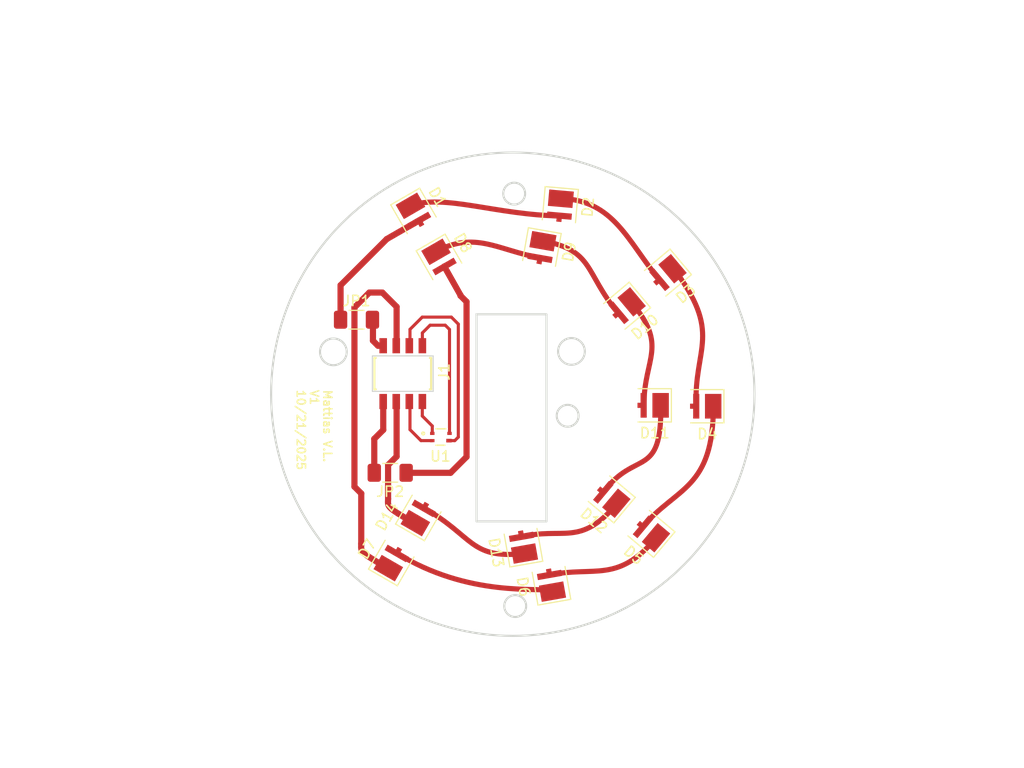
<source format=kicad_pcb>
(kicad_pcb (version 20241229) (generator "pcbnew") (generator_version "9.0")
  (layers (0 "F.Cu" signal) (2 "B.Cu" signal) (13 "F.Paste" user) (15 "B.Paste" user) (5 "F.SilkS" user "F.Silkscreen") (7 "B.SilkS" user "B.Silkscreen") (1 "F.Mask" user) (3 "B.Mask" user) (25 "Edge.Cuts" user))
  (net 0 "")
  (net 1 "Net-(D1-K)")
  (net 2 "I_WARM+")
  (net 3 "Net-(D2-K)")
  (net 4 "Net-(D3-K)")
  (net 5 "Net-(D4-K)")
  (net 6 "Net-(D5-K)")
  (net 7 "Net-(D6-K)")
  (net 8 "I_WARM-")
  (net 9 "I_COOL+")
  (net 10 "Net-(D8-K)")
  (net 11 "Net-(D10-A)")
  (net 12 "Net-(D10-K)")
  (net 13 "Net-(D11-K)")
  (net 14 "Net-(D12-K)")
  (net 15 "Net-(D13-K)")
  (net 16 "I_COOL-")
  (net 17 "GND")
  (net 18 "I2C_SDA")
  (net 19 "+3.3V")
  (net 20 "I2C_SCL")
  (net 21 "Net-(J1-Pin_2)")
  (net 22 "Net-(J1-Pin_1)")
  (footprint "Pi3_Footprints:SAMTEC_CLP-104-02-X-D" (layer "F.Cu") (at 138.51996 88.746 180)
    (property "Reference" "J1" (at -4.1183 -0.0911 90) (layer "F.SilkS"))
    (property "Value" "Conn_01x08_Socket")
    (fp_line (start 2.6726 1.27) (end 2.54 1.27) (stroke (width 0.2)) (layer "F.SilkS"))
    (fp_line (start 2.6726 -1.778) (end 2.6726 1.27) (stroke (width 0.2)) (layer "F.SilkS"))
    (fp_line (start 2.54 -1.778) (end 2.6726 -1.778) (stroke (width 0.2)) (layer "F.SilkS"))
    (fp_line (start -2.7066 1.27) (end -2.8392 1.27) (stroke (width 0.2)) (layer "F.SilkS"))
    (fp_line (start -2.8392 1.27) (end -2.8392 -1.778) (stroke (width 0.2)) (layer "F.SilkS"))
    (fp_line (start -2.8392 -1.778) (end -2.7066 -1.778) (stroke (width 0.2)) (layer "F.SilkS"))
    (fp_line (start 2.8726 -1.98) (end 2.8726 1.47) (stroke (width 0.1)) (layer "Edge.Cuts"))
    (fp_line (start 2.87 1.47) (end -3.04 1.47) (stroke (width 0.1)) (layer "Edge.Cuts"))
    (fp_line (start -3.0392 1.47) (end -3.0392 -1.98) (stroke (width 0.1)) (layer "Edge.Cuts"))
    (fp_line (start -3.04 -1.978) (end 2.87 -1.978) (stroke (width 0.1)) (layer "Edge.Cuts"))
    (pad "1" smd rect (at 1.8217 2.4589 180) (size 0.7366 1.4732) (layers "F.Cu" "F.Mask" "F.Paste") (net 22 "Net-(J1-Pin_1)"))
    (pad "2" smd rect (at 1.8217 -2.9669 180) (size 0.7366 1.4732) (layers "F.Cu" "F.Mask" "F.Paste") (net 21 "Net-(J1-Pin_2)"))
    (pad "3" smd rect (at 0.5517 2.4589 180) (size 0.7366 1.4732) (layers "F.Cu" "F.Mask" "F.Paste") (net 8 "I_WARM-"))
    (pad "4" smd rect (at 0.5517 -2.9669 180) (size 0.7366 1.4732) (layers "F.Cu" "F.Mask" "F.Paste") (net 16 "I_COOL-"))
    (pad "5" smd rect (at -0.7183 2.4589 180) (size 0.7366 1.4732) (layers "F.Cu" "F.Mask" "F.Paste") (net 20 "I2C_SCL"))
    (pad "6" smd rect (at -0.7183 -2.9669 180) (size 0.7366 1.4732) (layers "F.Cu" "F.Mask" "F.Paste") (net 18 "I2C_SDA"))
    (pad "7" smd rect (at -1.9883 2.4589 180) (size 0.7366 1.4732) (layers "F.Cu" "F.Mask" "F.Paste") (net 19 "+3.3V"))
    (pad "8" smd rect (at -1.9883 -2.9669 180) (size 0.7366 1.4732) (layers "F.Cu" "F.Mask" "F.Paste") (net 17 "GND"))
  )
  (footprint "LED_SMD:LED_Luminus_MP-3030-1100_3.0x3.0mm" (layer "F.Cu") (at 137.481028 107.418717 60)
    (property "Reference" "D7" (at 0 -2.7 60) (layer "F.SilkS"))
    (property "Value" "LED")
    (fp_line (start -1.620001 -1.62) (end 1.62 -1.620001) (stroke (width 0.12)) (layer "F.SilkS"))
    (fp_line (start -1.620001 -1.62) (end -1.62 1.620001) (stroke (width 0.12)) (layer "F.SilkS"))
    (fp_line (start -1.62 1.620001) (end 1.620001 1.62) (stroke (width 0.12)) (layer "F.SilkS"))
    (pad "1" smd rect (at -0.575 0 60) (size 1.6 2.4) (layers "F.Cu" "F.Mask") (net 8 "I_WARM-"))
    (pad "2" smd rect (at 1.075 0 60) (size 0.6 2.4) (layers "F.Cu" "F.Mask") (net 7 "Net-(D6-K)"))
    (pad "2" smd rect (at 1.375 0 60) (size 0.6 0.5) (layers "F.Cu" "F.Mask") (net 7 "Net-(D6-K)"))
  )
  (footprint "LED_SMD:LED_Luminus_MP-3030-1100_3.0x3.0mm" (layer "F.Cu") (at 152.132615 76.693518 -100)
    (property "Reference" "D9" (at 0 -2.7 80) (layer "F.SilkS"))
    (property "Value" "LED")
    (fp_line (start -1.619999 1.619999) (end 1.619999 1.619999) (stroke (width 0.12)) (layer "F.SilkS"))
    (fp_line (start -1.619999 -1.619999) (end -1.619999 1.619999) (stroke (width 0.12)) (layer "F.SilkS"))
    (fp_line (start -1.619999 -1.619999) (end 1.619999 -1.619999) (stroke (width 0.12)) (layer "F.SilkS"))
    (pad "1" smd rect (at -0.575001 0 260) (size 1.6 2.4) (layers "F.Cu" "F.Mask") (net 11 "Net-(D10-A)"))
    (pad "2" smd rect (at 1.075001 0 260) (size 0.6 2.4) (layers "F.Cu" "F.Mask") (net 10 "Net-(D8-K)"))
    (pad "2" smd rect (at 1.375 0 260) (size 0.6 0.5) (layers "F.Cu" "F.Mask") (net 10 "Net-(D8-K)"))
  )
  (footprint "LED_SMD:LED_Luminus_MP-3030-1100_3.0x3.0mm" (layer "F.Cu") (at 139.642331 73.182476 -60)
    (property "Reference" "D1" (at 0 -2.7 120) (layer "F.SilkS"))
    (property "Value" "LED")
    (fp_line (start -1.62 1.620001) (end 1.620001 1.62) (stroke (width 0.12)) (layer "F.SilkS"))
    (fp_line (start -1.620001 -1.62) (end -1.62 1.620001) (stroke (width 0.12)) (layer "F.SilkS"))
    (fp_line (start -1.620001 -1.62) (end 1.62 -1.620001) (stroke (width 0.12)) (layer "F.SilkS"))
    (pad "1" smd rect (at -0.575 0 300) (size 1.6 2.4) (layers "F.Cu" "F.Mask") (net 1 "Net-(D1-K)"))
    (pad "2" smd rect (at 1.075 0 300) (size 0.6 2.4) (layers "F.Cu" "F.Mask") (net 2 "I_WARM+"))
    (pad "2" smd rect (at 1.375 0 300) (size 0.6 0.5) (layers "F.Cu" "F.Mask") (net 2 "I_WARM+"))
  )
  (footprint "LED_SMD:LED_Luminus_MP-3030-1100_3.0x3.0mm" (layer "F.Cu") (at 150.337583 105.927846 100)
    (property "Reference" "D13" (at 0 -2.7 100) (layer "F.SilkS"))
    (property "Value" "LED")
    (fp_line (start -1.62 -1.620001) (end 1.620001 -1.62) (stroke (width 0.12)) (layer "F.SilkS"))
    (fp_line (start -1.62 -1.620001) (end -1.620001 1.62) (stroke (width 0.12)) (layer "F.SilkS"))
    (fp_line (start -1.620001 1.62) (end 1.62 1.620001) (stroke (width 0.12)) (layer "F.SilkS"))
    (pad "1" smd rect (at -0.575001 0 100) (size 1.6 2.4) (layers "F.Cu" "F.Mask") (net 15 "Net-(D13-K)"))
    (pad "2" smd rect (at 1.075001 0 100) (size 0.6 2.4) (layers "F.Cu" "F.Mask") (net 14 "Net-(D12-K)"))
    (pad "2" smd rect (at 1.375 0 100) (size 0.6 0.5) (layers "F.Cu" "F.Mask") (net 14 "Net-(D12-K)"))
  )
  (footprint "Resistor_SMD:R_1206_3216Metric_Pad1.30x1.75mm_HandSolder" (layer "F.Cu") (at 134.104631 83.761111)
    (property "Reference" "JP1" (at 0 -1.83 0) (layer "F.SilkS"))
    (property "Value" "SolderJumper_2_Bridged")
    (fp_line (start -0.727064 -0.91) (end 0.727064 -0.91) (stroke (width 0.12)) (layer "F.SilkS"))
    (fp_line (start -0.727064 0.91) (end 0.727064 0.91) (stroke (width 0.12)) (layer "F.SilkS"))
    (pad "1" smd roundrect (at -1.55 0) (size 1.3 1.75) (layers "F.Cu" "F.Mask" "F.Paste") (roundrect_rratio 0.192308) (net 2 "I_WARM+"))
    (pad "2" smd roundrect (at 1.55 0) (size 1.3 1.75) (layers "F.Cu" "F.Mask" "F.Paste") (roundrect_rratio 0.192308) (net 22 "Net-(J1-Pin_1)"))
  )
  (footprint "LED_SMD:LED_Luminus_MP-3030-1100_3.0x3.0mm" (layer "F.Cu") (at 162.784609 104.585938 140)
    (property "Reference" "D5" (at 0 -2.7 140) (layer "F.SilkS"))
    (property "Value" "LED")
    (fp_line (start -1.620001 -1.62) (end 1.62 -1.620001) (stroke (width 0.12)) (layer "F.SilkS"))
    (fp_line (start -1.620001 -1.62) (end -1.62 1.620001) (stroke (width 0.12)) (layer "F.SilkS"))
    (fp_line (start -1.62 1.620001) (end 1.620001 1.62) (stroke (width 0.12)) (layer "F.SilkS"))
    (pad "1" smd rect (at -0.575 0 140) (size 1.6 2.4) (layers "F.Cu" "F.Mask") (net 6 "Net-(D5-K)"))
    (pad "2" smd rect (at 1.075 -0.000001 140) (size 0.6 2.4) (layers "F.Cu" "F.Mask") (net 5 "Net-(D4-K)"))
    (pad "2" smd rect (at 1.375 0 140) (size 0.6 0.5) (layers "F.Cu" "F.Mask") (net 5 "Net-(D4-K)"))
  )
  (footprint "LED_SMD:LED_Luminus_MP-3030-1100_3.0x3.0mm" (layer "F.Cu") (at 158.925341 101.233722 140)
    (property "Reference" "D12" (at 0 -2.7 140) (layer "F.SilkS"))
    (property "Value" "LED")
    (fp_line (start -1.62 -1.62) (end 1.62 -1.62) (stroke (width 0.12)) (layer "F.SilkS"))
    (fp_line (start -1.62 -1.62) (end -1.62 1.62) (stroke (width 0.12)) (layer "F.SilkS"))
    (fp_line (start -1.62 1.62) (end 1.62 1.62) (stroke (width 0.12)) (layer "F.SilkS"))
    (pad "1" smd rect (at -0.575 0 140) (size 1.6 2.4) (layers "F.Cu" "F.Mask") (net 14 "Net-(D12-K)"))
    (pad "2" smd rect (at 1.075 0 140) (size 0.6 2.4) (layers "F.Cu" "F.Mask") (net 13 "Net-(D11-K)"))
    (pad "2" smd rect (at 1.375 0 140) (size 0.6 0.5) (layers "F.Cu" "F.Mask") (net 13 "Net-(D11-K)"))
  )
  (footprint "LED_SMD:LED_Luminus_MP-3030-1100_3.0x3.0mm" (layer "F.Cu") (at 163.1 92.085083 180)
    (property "Reference" "D11" (at 0 -2.7 0) (layer "F.SilkS"))
    (property "Value" "LED")
    (fp_line (start -1.62 1.62) (end 1.62 1.62) (stroke (width 0.12)) (layer "F.SilkS"))
    (fp_line (start -1.62 -1.62) (end 1.62 -1.62) (stroke (width 0.12)) (layer "F.SilkS"))
    (fp_line (start -1.62 -1.62) (end -1.62 1.62) (stroke (width 0.12)) (layer "F.SilkS"))
    (pad "1" smd rect (at -0.575 0 180) (size 1.6 2.4) (layers "F.Cu" "F.Mask") (net 13 "Net-(D11-K)"))
    (pad "2" smd rect (at 1.075001 0 180) (size 0.6 2.4) (layers "F.Cu" "F.Mask") (net 12 "Net-(D10-K)"))
    (pad "2" smd rect (at 1.375 0 180) (size 0.6 0.5) (layers "F.Cu" "F.Mask") (net 12 "Net-(D10-K)"))
  )
  (footprint "LED_SMD:LED_Luminus_MP-3030-1100_3.0x3.0mm" (layer "F.Cu") (at 168.211134 92.17234 180)
    (property "Reference" "D4" (at 0 -2.7 0) (layer "F.SilkS"))
    (property "Value" "LED")
    (fp_line (start -1.62 1.620001) (end 1.620001 1.62) (stroke (width 0.12)) (layer "F.SilkS"))
    (fp_line (start -1.620001 -1.62) (end 1.62 -1.620001) (stroke (width 0.12)) (layer "F.SilkS"))
    (fp_line (start -1.620001 -1.62) (end -1.62 1.620001) (stroke (width 0.12)) (layer "F.SilkS"))
    (pad "1" smd rect (at -0.575 0 180) (size 1.6 2.4) (layers "F.Cu" "F.Mask") (net 5 "Net-(D4-K)"))
    (pad "2" smd rect (at 1.075 0 180) (size 0.6 2.4) (layers "F.Cu" "F.Mask") (net 4 "Net-(D3-K)"))
    (pad "2" smd rect (at 1.375 0 180) (size 0.6 0.5) (layers "F.Cu" "F.Mask") (net 4 "Net-(D3-K)"))
  )
  (footprint "LED_SMD:LED_Luminus_MP-3030-1100_3.0x3.0mm" (layer "F.Cu") (at 164.388787 79.174869 -140)
    (property "Reference" "D3" (at 0 -2.7 40) (layer "F.SilkS"))
    (property "Value" "LED")
    (fp_line (start -1.620001 1.620001) (end 1.620001 1.620001) (stroke (width 0.12)) (layer "F.SilkS"))
    (fp_line (start -1.620001 -1.620001) (end 1.620001 -1.620001) (stroke (width 0.12)) (layer "F.SilkS"))
    (fp_line (start -1.620001 -1.620001) (end -1.620001 1.620001) (stroke (width 0.12)) (layer "F.SilkS"))
    (pad "1" smd rect (at -0.575 0 220) (size 1.6 2.4) (layers "F.Cu" "F.Mask") (net 4 "Net-(D3-K)"))
    (pad "2" smd rect (at 1.075 -0.000001 220) (size 0.6 2.4) (layers "F.Cu" "F.Mask") (net 3 "Net-(D2-K)"))
    (pad "2" smd rect (at 1.375 0 220) (size 0.6 0.5) (layers "F.Cu" "F.Mask") (net 3 "Net-(D2-K)"))
  )
  (footprint "LED_SMD:LED_Luminus_MP-3030-1100_3.0x3.0mm" (layer "F.Cu") (at 153.923597 72.5704 -95)
    (property "Reference" "D2" (at -0.000001 -2.7 85) (layer "F.SilkS"))
    (property "Value" "LED")
    (fp_line (start -1.62 1.620001) (end 1.620001 1.62) (stroke (width 0.12)) (layer "F.SilkS"))
    (fp_line (start -1.620001 -1.62) (end -1.62 1.620001) (stroke (width 0.12)) (layer "F.SilkS"))
    (fp_line (start -1.620001 -1.62) (end 1.62 -1.620001) (stroke (width 0.12)) (layer "F.SilkS"))
    (pad "1" smd rect (at -0.575001 0 265) (size 1.6 2.4) (layers "F.Cu" "F.Mask") (net 3 "Net-(D2-K)"))
    (pad "2" smd rect (at 1.075 0.000001 265) (size 0.6 2.4) (layers "F.Cu" "F.Mask") (net 1 "Net-(D1-K)"))
    (pad "2" smd rect (at 1.375 0 265) (size 0.6 0.5) (layers "F.Cu" "F.Mask") (net 1 "Net-(D1-K)"))
  )
  (footprint "LED_SMD:LED_Luminus_MP-3030-1100_3.0x3.0mm" (layer "F.Cu") (at 153.061503 109.633179 100)
    (property "Reference" "D6" (at 0.387894 -2.699324 100) (layer "F.SilkS"))
    (property "Value" "LED")
    (fp_line (start -1.62 -1.620001) (end 1.620001 -1.62) (stroke (width 0.12)) (layer "F.SilkS"))
    (fp_line (start -1.62 -1.620001) (end -1.620001 1.62) (stroke (width 0.12)) (layer "F.SilkS"))
    (fp_line (start -1.620001 1.62) (end 1.62 1.620001) (stroke (width 0.12)) (layer "F.SilkS"))
    (pad "1" smd rect (at -0.575001 0 100) (size 1.6 2.4) (layers "F.Cu" "F.Mask") (net 7 "Net-(D6-K)"))
    (pad "2" smd rect (at 1.075 0 100) (size 0.6 2.4) (layers "F.Cu" "F.Mask") (net 6 "Net-(D5-K)"))
    (pad "2" smd rect (at 1.375 0 100) (size 0.6 0.5) (layers "F.Cu" "F.Mask") (net 6 "Net-(D5-K)"))
  )
  (footprint "Resistor_SMD:R_1206_3216Metric_Pad1.30x1.75mm_HandSolder" (layer "F.Cu") (at 137.381831 98.645511 180)
    (property "Reference" "JP2" (at 0 -1.83 0) (layer "F.SilkS"))
    (property "Value" "SolderJumper_2_Bridged")
    (fp_line (start -0.727064 0.91) (end 0.727064 0.91) (stroke (width 0.12)) (layer "F.SilkS"))
    (fp_line (start -0.727064 -0.91) (end 0.727064 -0.91) (stroke (width 0.12)) (layer "F.SilkS"))
    (pad "1" smd roundrect (at -1.55 0 180) (size 1.3 1.75) (layers "F.Cu" "F.Mask" "F.Paste") (roundrect_rratio 0.192308) (net 9 "I_COOL+"))
    (pad "2" smd roundrect (at 1.55 0 180) (size 1.3 1.75) (layers "F.Cu" "F.Mask" "F.Paste") (roundrect_rratio 0.192308) (net 21 "Net-(J1-Pin_2)"))
  )
  (footprint "LED_SMD:LED_Luminus_MP-3030-1100_3.0x3.0mm" (layer "F.Cu") (at 140.112162 103.035974 60)
    (property "Reference" "D14" (at -1.38882 -2.702832 60) (layer "F.SilkS"))
    (property "Value" "LED")
    (fp_line (start -1.62 -1.62) (end 1.62 -1.62) (stroke (width 0.12)) (layer "F.SilkS"))
    (fp_line (start -1.62 -1.62) (end -1.62 1.62) (stroke (width 0.12)) (layer "F.SilkS"))
    (fp_line (start -1.62 1.62) (end 1.62 1.62) (stroke (width 0.12)) (layer "F.SilkS"))
    (pad "1" smd rect (at -0.575 0 60) (size 1.6 2.4) (layers "F.Cu" "F.Mask") (net 16 "I_COOL-"))
    (pad "2" smd rect (at 1.075001 0.000001 60) (size 0.6 2.4) (layers "F.Cu" "F.Mask") (net 15 "Net-(D13-K)"))
    (pad "2" smd rect (at 1.375 0 60) (size 0.6 0.5) (layers "F.Cu" "F.Mask") (net 15 "Net-(D13-K)"))
  )
  (footprint "LED_SMD:LED_Luminus_MP-3030-1100_3.0x3.0mm" (layer "F.Cu") (at 160.417343 82.393399 -140)
    (property "Reference" "D10" (at 0 -2.7 40) (layer "F.SilkS"))
    (property "Value" "LED")
    (fp_line (start -1.62 1.62) (end 1.62 1.62) (stroke (width 0.12)) (layer "F.SilkS"))
    (fp_line (start -1.62 -1.62) (end 1.62 -1.62) (stroke (width 0.12)) (layer "F.SilkS"))
    (fp_line (start -1.62 -1.62) (end -1.62 1.62) (stroke (width 0.12)) (layer "F.SilkS"))
    (pad "1" smd rect (at -0.575 0 220) (size 1.6 2.4) (layers "F.Cu" "F.Mask") (net 12 "Net-(D10-K)"))
    (pad "2" smd rect (at 1.075 0 220) (size 0.6 2.4) (layers "F.Cu" "F.Mask") (net 11 "Net-(D10-A)"))
    (pad "2" smd rect (at 1.375 0 220) (size 0.6 0.5) (layers "F.Cu" "F.Mask") (net 11 "Net-(D10-A)"))
  )
  (footprint "LED_SMD:LED_Luminus_MP-3030-1100_3.0x3.0mm" (layer "F.Cu") (at 142.122331 77.652476 -60)
    (property "Reference" "D8" (at 0 -2.7 120) (layer "F.SilkS"))
    (property "Value" "LED")
    (fp_line (start -1.62 1.62) (end 1.62 1.62) (stroke (width 0.12)) (layer "F.SilkS"))
    (fp_line (start -1.62 -1.62) (end -1.62 1.62) (stroke (width 0.12)) (layer "F.SilkS"))
    (fp_line (start -1.62 -1.62) (end 1.62 -1.62) (stroke (width 0.12)) (layer "F.SilkS"))
    (pad "1" smd rect (at -0.575 0 300) (size 1.6 2.4) (layers "F.Cu" "F.Mask") (net 10 "Net-(D8-K)"))
    (pad "2" smd rect (at 1.075001 -0.000001 300) (size 0.6 2.4) (layers "F.Cu" "F.Mask") (net 9 "I_COOL+"))
    (pad "2" smd rect (at 1.375 0 300) (size 0.6 0.5) (layers "F.Cu" "F.Mask") (net 9 "I_COOL+"))
  )
  (footprint "Pi3_Footprints:SMD_L3328_VIS" (layer "F.Cu") (at 142.309431 95.165711)
    (property "Reference" "U1" (at -0.0467 1.8796 0) (layer "F.SilkS"))
    (property "Value" "VEML3328")
    (fp_line (start -0.472971 0.8001) (end 0.379571 0.8001) (stroke (width 0.1524)) (layer "F.SilkS"))
    (fp_line (start 0.472971 -0.8001) (end -0.472971 -0.8001) (stroke (width 0.1524)) (layer "F.SilkS"))
    (fp_circle (center -1.7209 -0.35) (end -1.5939 -0.35) (stroke (width 0.1524)) (fill no) (layer "F.SilkS"))
    (pad "1" smd rect (at -0.837499 -0.349999) (size 0.4318 0.3048) (layers "F.Cu" "F.Mask" "F.Paste") (net 17 "GND"))
    (pad "2" smd rect (at -0.837499 0.349999) (size 0.4318 0.3048) (layers "F.Cu" "F.Mask" "F.Paste") (net 18 "I2C_SDA"))
    (pad "3" smd rect (at 0.787334 0.349999) (size 0.5334 0.3556) (layers "F.Cu" "F.Mask" "F.Paste") (net 20 "I2C_SCL"))
    (pad "4" smd rect (at 0.837499 -0.349999) (size 0.4318 0.3048) (layers "F.Cu" "F.Mask" "F.Paste") (net 19 "+3.3V"))
  )
  (gr_curve (pts (xy 137.094831 107.904511) (xy 134.314831 106.274511) (xy 134.554831 106.324511) (xy 134.564831 105.534511)) (stroke (width 0.6)) (layer "F.Cu") (net 8))
  (gr_line (start 137.051631 75.912511) (end 140.404431 73.982111) (stroke (width 0.6)) (layer "F.Cu") (net 2))
  (gr_curve (pts (xy 152.194831 76.094511) (xy 157.187905 77.006749) (xy 156.254831 79.114511) (xy 159.514831 83.094511)) (stroke (width 0.5)) (layer "F.Cu") (net 11))
  (gr_curve (pts (xy 139.704831 103.544511) (xy 136.924831 101.914511) (xy 137.164831 101.964511) (xy 137.174831 101.174511)) (stroke (width 0.6)) (layer "F.Cu") (net 16))
  (gr_curve (pts (xy 154.006081 71.965761) (xy 159.164831 72.184511) (xy 160.464831 76.144511) (xy 163.554831 79.874511)) (stroke (width 0.5)) (layer "F.Cu") (net 3))
  (gr_curve (pts (xy 139.334831 72.654511) (xy 142.697109 71.525732) (xy 147.695845 73.573497) (xy 153.92089 73.67057)) (stroke (width 0.5)) (layer "F.Cu") (net 1))
  (gr_curve (pts (xy 160.844831 82.084511) (xy 164.434831 86.344511) (xy 162.073188 87.403075) (xy 162.044831 92.054511)) (stroke (width 0.5)) (layer "F.Cu") (net 12))
  (gr_curve (pts (xy 163.192979 105.034511) (xy 159.474723 109.406255) (xy 157.298653 107.694511) (xy 152.850786 108.579514)) (stroke (width 0.5)) (layer "F.Cu") (net 6))
  (gr_line (start 142.639631 78.579511) (end 144.214431 81.373511) (stroke (width 0.6)) (layer "F.Cu") (net 9))
  (gr_curve (pts (xy 168.804831 92.194511) (xy 168.784831 100.264511) (xy 165.244831 99.98663) (xy 161.896683 103.924511)) (stroke (width 0.5)) (layer "F.Cu") (net 5))
  (gr_curve (pts (xy 153.527397 110.121945) (xy 151.809031 109.745311) (xy 145.044323 110.814003) (xy 137.944831 106.414511)) (stroke (width 0.5)) (layer "F.Cu") (net 7))
  (gr_curve (pts (xy 164.794831 78.604511) (xy 169.834831 85.167117) (xy 166.862712 86.39663) (xy 167.134831 92.234511)) (stroke (width 0.5)) (layer "F.Cu") (net 4))
  (gr_curve (pts (xy 141.834831 77.124511) (xy 145.657012 75.10868) (xy 147.744831 76.964511) (xy 151.964831 77.754511)) (stroke (width 0.5)) (layer "F.Cu") (net 10))
  (gr_curve (pts (xy 150.278516 106.50878) (xy 145.115696 107.024141) (xy 145.488968 104.801827) (xy 140.644329 102.058451)) (stroke (width 0.5)) (layer "F.Cu") (net 15))
  (gr_curve (pts (xy 159.427596 101.636796) (xy 155.829153 105.947802) (xy 154.171231 103.827111) (xy 150.005631 104.919311)) (stroke (width 0.5)) (layer "F.Cu") (net 14))
  (gr_curve (pts (xy 163.694831 92.084511) (xy 163.782314 99.324511) (xy 161.244831 96.334511) (xy 158.124831 100.504511)) (stroke (width 0.5)) (layer "F.Cu") (net 13))
  (gr_circle (center 149.435297 71.5) (end 148.669436 72.239628) (stroke (width 0.2)) (fill no) (layer "Edge.Cuts"))
  (gr_rect (start 145.774831 83.234711) (end 152.574831 103.368911) (stroke (width 0.2)) (fill no) (layer "Edge.Cuts"))
  (gr_circle (center 149.535297 111.6) (end 148.769436 112.339628) (stroke (width 0.2)) (fill no) (layer "Edge.Cuts"))
  (gr_circle (center 149.3 91) (end 149.3 114.5) (stroke (width 0.2)) (fill no) (layer "Edge.Cuts"))
  (gr_circle (center 155.004831 86.843127) (end 154.064831 87.743127) (stroke (width 0.2)) (fill no) (layer "Edge.Cuts"))
  (gr_circle (center 154.635297 93.1) (end 153.869436 93.839628) (stroke (width 0.2)) (fill no) (layer "Edge.Cuts"))
  (gr_circle (center 131.854831 86.884511) (end 130.914831 87.784511) (stroke (width 0.2)) (fill no) (layer "Edge.Cuts"))
  (gr_text "Mattias V.L.\nV1\n10/21/2025" (at 128.237831 90.492111 270) (layer "F.SilkS") (effects (font (size 0.8 0.8) (thickness 0.15) (bold yes)) (justify left bottom)))
  (segment (start 132.554631 80.409511) (end 137.051631 75.912511) (width 0.6) (layer "F.Cu") (net 2))
  (segment (start 132.554631 83.761111) (end 132.554631 80.409511) (width 0.6) (layer "F.Cu") (net 2))
  (segment (start 138.00326 82.50294) (end 136.619831 81.119511) (width 0.6) (layer "F.Cu") (net 8))
  (segment (start 137.96826 86.2871) (end 138.00326 86.2521) (width 0.6) (layer "F.Cu") (net 8))
  (segment (start 133.90326 82.566082) (end 133.90326 99.99294) (width 0.6) (layer "F.Cu") (net 8))
  (segment (start 135.349831 81.119511) (end 133.90326 82.566082) (width 0.6) (layer "F.Cu") (net 8))
  (segment (start 133.90326 99.99294) (end 134.564831 100.654511) (width 0.6) (layer "F.Cu") (net 8))
  (segment (start 134.564831 100.654511) (end 134.564831 105.534511) (width 0.6) (layer "F.Cu") (net 8))
  (segment (start 138.00326 86.2521) (end 138.00326 82.50294) (width 0.6) (layer "F.Cu") (net 8))
  (segment (start 136.619831 81.119511) (end 135.349831 81.119511) (width 0.6) (layer "F.Cu") (net 8))
  (segment (start 144.214431 81.424311) (end 144.214431 81.373511) (width 0.6) (layer "F.Cu") (net 9))
  (segment (start 143.249231 98.645511) (end 144.80326 97.091482) (width 0.6) (layer "F.Cu") (net 9))
  (segment (start 138.931831 98.645511) (end 143.249231 98.645511) (width 0.6) (layer "F.Cu") (net 9))
  (segment (start 144.80326 82.01314) (end 144.214431 81.424311) (width 0.6) (layer "F.Cu") (net 9))
  (segment (start 144.80326 97.091482) (end 144.80326 82.01314) (width 0.6) (layer "F.Cu") (net 9))
  (segment (start 137.174831 97.884511) (end 138.00326 97.056082) (width 0.6) (layer "F.Cu") (net 16))
  (segment (start 137.174831 101.174511) (end 137.174831 97.884511) (width 0.6) (layer "F.Cu") (net 16))
  (segment (start 138.00326 91.7479) (end 137.96826 91.7129) (width 0.6) (layer "F.Cu") (net 16))
  (segment (start 138.00326 97.056082) (end 138.00326 91.7479) (width 0.6) (layer "F.Cu") (net 16))
  (segment (start 140.50326 91.7179) (end 140.50326 93.12294) (width 0.3) (layer "F.Cu") (net 17))
  (segment (start 141.471932 94.091612) (end 141.471932 94.815712) (width 0.3) (layer "F.Cu") (net 17))
  (segment (start 140.50826 91.7129) (end 140.50326 91.7179) (width 0.3) (layer "F.Cu") (net 17))
  (segment (start 140.50326 93.12294) (end 141.471932 94.091612) (width 0.3) (layer "F.Cu") (net 17))
  (segment (start 141.471932 95.51571) (end 140.37343 95.51571) (width 0.3) (layer "F.Cu") (net 18))
  (segment (start 139.30326 94.44554) (end 139.30326 91.7779) (width 0.3) (layer "F.Cu") (net 18))
  (segment (start 139.30326 91.7779) (end 139.23826 91.7129) (width 0.3) (layer "F.Cu") (net 18))
  (segment (start 140.37343 95.51571) (end 139.30326 94.44554) (width 0.3) (layer "F.Cu") (net 18))
  (segment (start 143.14693 84.70661) (end 143.14693 94.815712) (width 0.3) (layer "F.Cu") (net 19))
  (segment (start 140.50826 85.041082) (end 141.254831 84.294511) (width 0.3) (layer "F.Cu") (net 19))
  (segment (start 141.254831 84.294511) (end 142.734831 84.294511) (width 0.3) (layer "F.Cu") (net 19))
  (segment (start 142.734831 84.294511) (end 143.14693 84.70661) (width 0.3) (layer "F.Cu") (net 19))
  (segment (start 140.50826 86.2871) (end 140.50826 85.041082) (width 0.3) (layer "F.Cu") (net 19))
  (segment (start 143.096765 95.51571) (end 143.661232 95.51571) (width 0.3) (layer "F.Cu") (net 20))
  (segment (start 139.30326 86.2221) (end 139.23826 86.2871) (width 0.3) (layer "F.Cu") (net 20))
  (segment (start 144.00326 84.18494) (end 143.325431 83.507111) (width 0.3) (layer "F.Cu") (net 20))
  (segment (start 143.661232 95.51571) (end 144.00326 95.173682) (width 0.3) (layer "F.Cu") (net 20))
  (segment (start 143.325431 83.507111) (end 140.496149 83.507111) (width 0.3) (layer "F.Cu") (net 20))
  (segment (start 144.00326 95.173682) (end 144.00326 84.18494) (width 0.3) (layer "F.Cu") (net 20))
  (segment (start 140.496149 83.507111) (end 139.30326 84.7) (width 0.3) (layer "F.Cu") (net 20))
  (segment (start 139.30326 84.7) (end 139.30326 86.2221) (width 0.3) (layer "F.Cu") (net 20))
  (segment (start 135.831831 95.344111) (end 136.70326 94.472682) (width 0.6) (layer "F.Cu") (net 21))
  (segment (start 135.831831 98.645511) (end 135.831831 95.344111) (width 0.6) (layer "F.Cu") (net 21))
  (segment (start 136.70326 94.472682) (end 136.70326 91.7179) (width 0.6) (layer "F.Cu") (net 21))
  (segment (start 136.70326 91.7179) (end 136.69826 91.7129) (width 0.6) (layer "F.Cu") (net 21))
  (segment (start 136.19036 86.2871) (end 135.70326 85.8) (width 0.6) (layer "F.Cu") (net 22))
  (segment (start 135.70326 85.8) (end 135.70326 83.80974) (width 0.6) (layer "F.Cu") (net 22))
  (segment (start 136.69826 86.2871) (end 136.19036 86.2871) (width 0.6) (layer "F.Cu") (net 22))
  (segment (start 135.70326 83.80974) (end 135.654631 83.761111) (width 0.6) (layer "F.Cu") (net 22))
)
</source>
